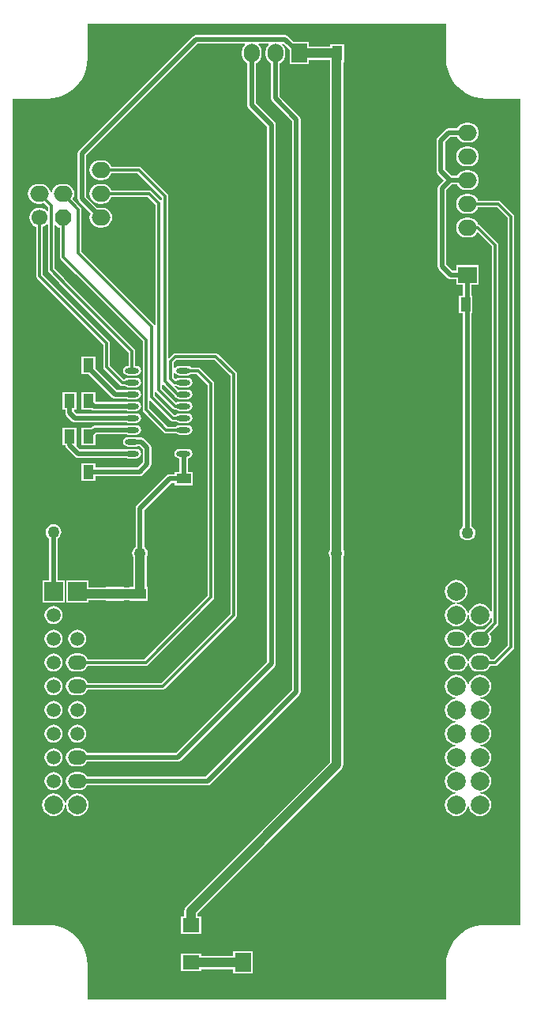
<source format=gbl>
%FSLAX25Y25*%
%MOIN*%
G70*
G01*
G75*
G04 Layer_Physical_Order=2*
G04 Layer_Color=16711680*
%ADD10C,0.01969*%
%ADD11C,0.03937*%
%ADD12R,0.07874X0.06693*%
%ADD13O,0.07874X0.06693*%
%ADD14R,0.06693X0.07874*%
%ADD15O,0.06693X0.07874*%
%ADD16P,0.07244X8X112.5*%
%ADD17C,0.06693*%
%ADD18C,0.07874*%
%ADD19O,0.07874X0.05906*%
%ADD20C,0.05906*%
%ADD21R,0.07874X0.07874*%
%ADD22C,0.05000*%
%ADD23O,0.05906X0.02362*%
%ADD24R,0.07087X0.05906*%
%ADD25R,0.04331X0.05906*%
%ADD26R,0.05906X0.04331*%
%ADD27C,0.01181*%
G36*
X75714Y190945D02*
X75698D01*
X75842Y188749D01*
X76271Y186591D01*
X76979Y184508D01*
X77952Y182534D01*
X79174Y180705D01*
X80625Y179050D01*
X82279Y177600D01*
X84109Y176377D01*
X86082Y175404D01*
X88166Y174697D01*
X90324Y174267D01*
X92520Y174124D01*
Y174139D01*
X107210D01*
Y-174139D01*
X92520D01*
Y-174124D01*
X90324Y-174267D01*
X88166Y-174697D01*
X86082Y-175404D01*
X84109Y-176377D01*
X82279Y-177600D01*
X80625Y-179050D01*
X79174Y-180705D01*
X77952Y-182534D01*
X76979Y-184508D01*
X76271Y-186591D01*
X75842Y-188749D01*
X75698Y-190945D01*
X75714D01*
Y-205635D01*
X-75714D01*
Y-190945D01*
X-75698D01*
X-75842Y-188749D01*
X-76271Y-186591D01*
X-76979Y-184508D01*
X-77952Y-182534D01*
X-79174Y-180705D01*
X-80625Y-179050D01*
X-82279Y-177600D01*
X-84109Y-176377D01*
X-86082Y-175404D01*
X-88166Y-174697D01*
X-90324Y-174267D01*
X-92520Y-174124D01*
Y-174139D01*
X-107210D01*
Y174139D01*
X-92520D01*
Y174124D01*
X-90324Y174267D01*
X-88166Y174697D01*
X-86082Y175404D01*
X-84109Y176377D01*
X-82279Y177600D01*
X-80625Y179050D01*
X-79174Y180705D01*
X-77952Y182534D01*
X-76979Y184508D01*
X-76271Y186591D01*
X-75842Y188749D01*
X-75698Y190945D01*
X-75714D01*
Y205635D01*
X75714D01*
Y190945D01*
D02*
G37*
%LPC*%
G36*
X-90000Y-69728D02*
X-90976Y-69856D01*
X-91886Y-70233D01*
X-92668Y-70833D01*
X-93267Y-71614D01*
X-93644Y-72524D01*
X-93772Y-73500D01*
X-93644Y-74476D01*
X-93267Y-75386D01*
X-92668Y-76168D01*
X-91886Y-76767D01*
X-90976Y-77144D01*
X-90000Y-77272D01*
X-89024Y-77144D01*
X-88114Y-76767D01*
X-87332Y-76168D01*
X-86733Y-75386D01*
X-86356Y-74476D01*
X-86228Y-73500D01*
X-86356Y-72524D01*
X-86733Y-71614D01*
X-87332Y-70833D01*
X-88114Y-70233D01*
X-89024Y-69856D01*
X-90000Y-69728D01*
D02*
G37*
G36*
X-80000Y-79728D02*
X-80976Y-79856D01*
X-81886Y-80233D01*
X-82667Y-80832D01*
X-83267Y-81614D01*
X-83644Y-82524D01*
X-83772Y-83500D01*
X-83644Y-84476D01*
X-83267Y-85386D01*
X-82667Y-86168D01*
X-81886Y-86767D01*
X-80976Y-87144D01*
X-80000Y-87272D01*
X-79024Y-87144D01*
X-78114Y-86767D01*
X-77333Y-86168D01*
X-76733Y-85386D01*
X-76356Y-84476D01*
X-76228Y-83500D01*
X-76356Y-82524D01*
X-76733Y-81614D01*
X-77333Y-80832D01*
X-78114Y-80233D01*
X-79024Y-79856D01*
X-80000Y-79728D01*
D02*
G37*
G36*
X-90000D02*
X-90976Y-79856D01*
X-91886Y-80233D01*
X-92668Y-80832D01*
X-93267Y-81614D01*
X-93644Y-82524D01*
X-93772Y-83500D01*
X-93644Y-84476D01*
X-93267Y-85386D01*
X-92668Y-86168D01*
X-91886Y-86767D01*
X-90976Y-87144D01*
X-90000Y-87272D01*
X-89024Y-87144D01*
X-88114Y-86767D01*
X-87332Y-86168D01*
X-86733Y-85386D01*
X-86356Y-84476D01*
X-86228Y-83500D01*
X-86356Y-82524D01*
X-86733Y-81614D01*
X-87332Y-80832D01*
X-88114Y-80233D01*
X-89024Y-79856D01*
X-90000Y-79728D01*
D02*
G37*
G36*
X90000Y-68735D02*
X88767Y-68897D01*
X87617Y-69373D01*
X86630Y-70130D01*
X85873Y-71117D01*
X85397Y-72267D01*
X85250Y-73385D01*
X85250D01*
X84850D01*
X84737Y-73286D01*
X84603Y-72267D01*
X84127Y-71117D01*
X83369Y-70130D01*
X82383Y-69373D01*
X81233Y-68897D01*
X80000Y-68735D01*
X78767Y-68897D01*
X77617Y-69373D01*
X76631Y-70130D01*
X75873Y-71117D01*
X75397Y-72267D01*
X75235Y-73500D01*
X75397Y-74733D01*
X75873Y-75883D01*
X76631Y-76869D01*
X77617Y-77627D01*
X78767Y-78103D01*
X79750Y-78232D01*
X79750D01*
X79885Y-78250D01*
Y-78750D01*
X78767Y-78897D01*
X77617Y-79373D01*
X76631Y-80130D01*
X75873Y-81117D01*
X75397Y-82267D01*
X75235Y-83500D01*
X75397Y-84733D01*
X75873Y-85883D01*
X76631Y-86870D01*
X77617Y-87627D01*
X78767Y-88103D01*
X79750Y-88232D01*
X79750D01*
X79885Y-88250D01*
Y-88750D01*
X78767Y-88897D01*
X77617Y-89373D01*
X76631Y-90131D01*
X75873Y-91117D01*
X75397Y-92267D01*
X75235Y-93500D01*
X75397Y-94733D01*
X75873Y-95883D01*
X76631Y-96869D01*
X77617Y-97627D01*
X78767Y-98103D01*
X79750Y-98232D01*
X79750D01*
X79885Y-98250D01*
Y-98750D01*
X78767Y-98897D01*
X77617Y-99373D01*
X76631Y-100130D01*
X75873Y-101117D01*
X75397Y-102267D01*
X75235Y-103500D01*
X75397Y-104733D01*
X75873Y-105883D01*
X76631Y-106869D01*
X77617Y-107627D01*
X78767Y-108103D01*
X79750Y-108232D01*
X79750D01*
X79885Y-108250D01*
Y-108750D01*
X78767Y-108897D01*
X77617Y-109373D01*
X76631Y-110131D01*
X75873Y-111117D01*
X75397Y-112267D01*
X75235Y-113500D01*
X75397Y-114733D01*
X75873Y-115883D01*
X76631Y-116869D01*
X77617Y-117627D01*
X78767Y-118103D01*
X79750Y-118232D01*
X79750D01*
X79885Y-118250D01*
Y-118750D01*
X78767Y-118897D01*
X77617Y-119373D01*
X76631Y-120131D01*
X75873Y-121117D01*
X75397Y-122267D01*
X75235Y-123500D01*
X75397Y-124733D01*
X75873Y-125883D01*
X76631Y-126869D01*
X77617Y-127627D01*
X78767Y-128103D01*
X80000Y-128265D01*
X81233Y-128103D01*
X82383Y-127627D01*
X83369Y-126869D01*
X84127Y-125883D01*
X84603Y-124733D01*
X84750Y-123615D01*
X85250D01*
X85397Y-124733D01*
X85873Y-125883D01*
X86630Y-126869D01*
X87617Y-127627D01*
X88767Y-128103D01*
X90000Y-128265D01*
X91233Y-128103D01*
X92383Y-127627D01*
X93370Y-126869D01*
X94127Y-125883D01*
X94603Y-124733D01*
X94765Y-123500D01*
X94603Y-122267D01*
X94127Y-121117D01*
X93370Y-120131D01*
X92383Y-119373D01*
X91233Y-118897D01*
X90115Y-118750D01*
Y-118250D01*
X90250Y-118232D01*
X90250D01*
X91233Y-118103D01*
X92383Y-117627D01*
X93370Y-116869D01*
X94127Y-115883D01*
X94603Y-114733D01*
X94765Y-113500D01*
X94603Y-112267D01*
X94127Y-111117D01*
X93370Y-110131D01*
X92383Y-109373D01*
X91233Y-108897D01*
X90115Y-108750D01*
Y-108250D01*
X90250Y-108232D01*
X90250D01*
X91233Y-108103D01*
X92383Y-107627D01*
X93370Y-106869D01*
X94127Y-105883D01*
X94603Y-104733D01*
X94765Y-103500D01*
X94603Y-102267D01*
X94127Y-101117D01*
X93370Y-100130D01*
X92383Y-99373D01*
X91233Y-98897D01*
X90115Y-98750D01*
Y-98250D01*
X90250Y-98232D01*
X90250D01*
X91233Y-98103D01*
X92383Y-97627D01*
X93370Y-96869D01*
X94127Y-95883D01*
X94603Y-94733D01*
X94765Y-93500D01*
X94603Y-92267D01*
X94127Y-91117D01*
X93370Y-90131D01*
X92383Y-89373D01*
X91233Y-88897D01*
X90115Y-88750D01*
Y-88250D01*
X90250Y-88232D01*
X90250D01*
X91233Y-88103D01*
X92383Y-87627D01*
X93370Y-86870D01*
X94127Y-85883D01*
X94603Y-84733D01*
X94765Y-83500D01*
X94603Y-82267D01*
X94127Y-81117D01*
X93370Y-80130D01*
X92383Y-79373D01*
X91233Y-78897D01*
X90115Y-78750D01*
Y-78250D01*
X90250Y-78232D01*
X90250D01*
X91233Y-78103D01*
X92383Y-77627D01*
X93370Y-76869D01*
X94127Y-75883D01*
X94603Y-74733D01*
X94765Y-73500D01*
X94603Y-72267D01*
X94127Y-71117D01*
X93370Y-70130D01*
X92383Y-69373D01*
X91233Y-68897D01*
X90000Y-68735D01*
D02*
G37*
G36*
X-90000Y-49728D02*
X-90976Y-49856D01*
X-91886Y-50233D01*
X-92668Y-50832D01*
X-93267Y-51614D01*
X-93644Y-52524D01*
X-93772Y-53500D01*
X-93644Y-54476D01*
X-93267Y-55386D01*
X-92668Y-56168D01*
X-91886Y-56767D01*
X-90976Y-57144D01*
X-90000Y-57272D01*
X-89024Y-57144D01*
X-88114Y-56767D01*
X-87332Y-56168D01*
X-86733Y-55386D01*
X-86356Y-54476D01*
X-86228Y-53500D01*
X-86356Y-52524D01*
X-86733Y-51614D01*
X-87332Y-50832D01*
X-88114Y-50233D01*
X-89024Y-49856D01*
X-90000Y-49728D01*
D02*
G37*
G36*
X85323Y133977D02*
X84142D01*
X83063Y133835D01*
X82057Y133418D01*
X81193Y132755D01*
X80531Y131892D01*
X80114Y130886D01*
X79972Y129807D01*
X80114Y128728D01*
X80531Y127722D01*
X81193Y126859D01*
X82057Y126196D01*
X83063Y125780D01*
X84142Y125638D01*
X85323D01*
X86402Y125780D01*
X87408Y126196D01*
X88271Y126859D01*
X88934Y127722D01*
X89215Y128402D01*
X97111D01*
X101595Y123918D01*
Y123000D01*
Y107500D01*
Y-47000D01*
Y-50500D01*
Y-56418D01*
X95918Y-62095D01*
X94451D01*
X94251Y-61614D01*
X93652Y-60833D01*
X92870Y-60233D01*
X91961Y-59856D01*
X90984Y-59728D01*
X89016D01*
X88039Y-59856D01*
X87129Y-60233D01*
X86348Y-60833D01*
X85749Y-61614D01*
X85372Y-62524D01*
X85250Y-63449D01*
X85250D01*
X84980D01*
X84720Y-63221D01*
X84628Y-62524D01*
X84251Y-61614D01*
X83652Y-60833D01*
X82871Y-60233D01*
X81961Y-59856D01*
X80984Y-59728D01*
X79016D01*
X78039Y-59856D01*
X77130Y-60233D01*
X76348Y-60833D01*
X75749Y-61614D01*
X75372Y-62524D01*
X75243Y-63500D01*
X75372Y-64476D01*
X75749Y-65386D01*
X76348Y-66167D01*
X77130Y-66767D01*
X78039Y-67144D01*
X79016Y-67272D01*
X80984D01*
X81961Y-67144D01*
X82871Y-66767D01*
X83652Y-66167D01*
X84251Y-65386D01*
X84628Y-64476D01*
X84750Y-63551D01*
X85020D01*
X85280Y-63779D01*
X85372Y-64476D01*
X85749Y-65386D01*
X86348Y-66167D01*
X87129Y-66767D01*
X88039Y-67144D01*
X89016Y-67272D01*
X90984D01*
X91961Y-67144D01*
X92870Y-66767D01*
X93652Y-66167D01*
X94251Y-65386D01*
X94451Y-64905D01*
X96500D01*
X97038Y-64798D01*
X97493Y-64493D01*
X103993Y-57993D01*
X104298Y-57538D01*
X104405Y-57000D01*
X104405Y-57000D01*
X104405Y-57000D01*
Y-57000D01*
Y-47000D01*
Y107500D01*
Y124500D01*
X104298Y125038D01*
X103993Y125494D01*
X98686Y130800D01*
X98231Y131105D01*
X97693Y131212D01*
X89215D01*
X88934Y131892D01*
X88271Y132755D01*
X87408Y133418D01*
X86402Y133835D01*
X85323Y133977D01*
D02*
G37*
G36*
X-90000Y-59728D02*
X-90976Y-59856D01*
X-91886Y-60233D01*
X-92668Y-60833D01*
X-93267Y-61614D01*
X-93644Y-62524D01*
X-93772Y-63500D01*
X-93644Y-64476D01*
X-93267Y-65386D01*
X-92668Y-66167D01*
X-91886Y-66767D01*
X-90976Y-67144D01*
X-90000Y-67272D01*
X-89024Y-67144D01*
X-88114Y-66767D01*
X-87332Y-66167D01*
X-86733Y-65386D01*
X-86356Y-64476D01*
X-86228Y-63500D01*
X-86356Y-62524D01*
X-86733Y-61614D01*
X-87332Y-60833D01*
X-88114Y-60233D01*
X-89024Y-59856D01*
X-90000Y-59728D01*
D02*
G37*
G36*
Y-109728D02*
X-90976Y-109856D01*
X-91886Y-110233D01*
X-92668Y-110833D01*
X-93267Y-111614D01*
X-93644Y-112524D01*
X-93772Y-113500D01*
X-93644Y-114476D01*
X-93267Y-115386D01*
X-92668Y-116167D01*
X-91886Y-116767D01*
X-90976Y-117144D01*
X-90000Y-117272D01*
X-89024Y-117144D01*
X-88114Y-116767D01*
X-87332Y-116167D01*
X-86733Y-115386D01*
X-86356Y-114476D01*
X-86228Y-113500D01*
X-86356Y-112524D01*
X-86733Y-111614D01*
X-87332Y-110833D01*
X-88114Y-110233D01*
X-89024Y-109856D01*
X-90000Y-109728D01*
D02*
G37*
G36*
X-80000Y-118735D02*
X-81233Y-118897D01*
X-82383Y-119373D01*
X-83369Y-120131D01*
X-84127Y-121117D01*
X-84603Y-122267D01*
X-84750Y-123385D01*
X-84750D01*
X-85150D01*
X-85263Y-123286D01*
X-85397Y-122267D01*
X-85873Y-121117D01*
X-86630Y-120131D01*
X-87617Y-119373D01*
X-88767Y-118897D01*
X-90000Y-118735D01*
X-91233Y-118897D01*
X-92383Y-119373D01*
X-93370Y-120131D01*
X-94127Y-121117D01*
X-94603Y-122267D01*
X-94765Y-123500D01*
X-94603Y-124733D01*
X-94127Y-125883D01*
X-93370Y-126869D01*
X-92383Y-127627D01*
X-91233Y-128103D01*
X-90000Y-128265D01*
X-88767Y-128103D01*
X-87617Y-127627D01*
X-86630Y-126869D01*
X-85873Y-125883D01*
X-85397Y-124733D01*
X-85250Y-123615D01*
X-84850D01*
X-84737Y-123714D01*
X-84603Y-124733D01*
X-84127Y-125883D01*
X-83369Y-126869D01*
X-82383Y-127627D01*
X-81233Y-128103D01*
X-80000Y-128265D01*
X-78767Y-128103D01*
X-77617Y-127627D01*
X-76631Y-126869D01*
X-75873Y-125883D01*
X-75397Y-124733D01*
X-75235Y-123500D01*
X-75397Y-122267D01*
X-75873Y-121117D01*
X-76631Y-120131D01*
X-77617Y-119373D01*
X-78767Y-118897D01*
X-80000Y-118735D01*
D02*
G37*
G36*
X-5866Y-185276D02*
X-14134D01*
Y-187220D01*
X-27669D01*
Y-186260D01*
X-36331D01*
Y-193740D01*
X-27669D01*
Y-192780D01*
X-14134D01*
Y-194724D01*
X-5866D01*
Y-185276D01*
D02*
G37*
G36*
X7827Y201019D02*
X-29787D01*
X-30479Y200882D01*
X-31065Y200490D01*
X-79277Y152277D01*
X-79669Y151691D01*
X-79806Y151000D01*
Y132000D01*
X-79806Y132000D01*
X-79806D01*
X-79669Y131309D01*
X-79277Y130723D01*
X-74330Y125775D01*
X-74618Y125079D01*
X-74760Y124000D01*
X-74618Y122921D01*
X-74202Y121915D01*
X-73539Y121052D01*
X-72675Y120389D01*
X-71670Y119973D01*
X-70591Y119831D01*
X-69409D01*
X-68330Y119973D01*
X-67325Y120389D01*
X-66461Y121052D01*
X-65798Y121915D01*
X-65382Y122921D01*
X-65240Y124000D01*
X-65382Y125079D01*
X-65798Y126085D01*
X-66461Y126948D01*
X-67325Y127611D01*
X-68330Y128027D01*
X-69409Y128170D01*
X-70591D01*
X-71496Y128050D01*
X-76194Y132748D01*
Y150252D01*
X-29039Y197406D01*
X-9264D01*
X-9103Y196933D01*
X-9216Y196846D01*
X-9879Y195982D01*
X-10295Y194977D01*
X-10437Y193898D01*
Y192717D01*
X-10295Y191637D01*
X-9879Y190632D01*
X-9216Y189768D01*
X-8353Y189106D01*
X-8074Y188990D01*
Y171268D01*
X-8074Y171268D01*
X-8074D01*
X-7937Y170576D01*
X-7545Y169990D01*
X194Y162252D01*
Y-54000D01*
Y-57500D01*
Y-63252D01*
X-38248Y-101694D01*
X-75716D01*
X-75749Y-101614D01*
X-76348Y-100832D01*
X-77130Y-100233D01*
X-78039Y-99856D01*
X-79016Y-99728D01*
X-80984D01*
X-81961Y-99856D01*
X-82871Y-100233D01*
X-83652Y-100832D01*
X-84251Y-101614D01*
X-84628Y-102524D01*
X-84757Y-103500D01*
X-84628Y-104476D01*
X-84251Y-105386D01*
X-83652Y-106167D01*
X-82871Y-106767D01*
X-81961Y-107144D01*
X-80984Y-107272D01*
X-79016D01*
X-78039Y-107144D01*
X-77130Y-106767D01*
X-76348Y-106167D01*
X-75749Y-105386D01*
X-75716Y-105306D01*
X-37500D01*
X-36809Y-105169D01*
X-36223Y-104777D01*
X3277Y-65277D01*
X3669Y-64691D01*
X3806Y-64000D01*
X3806Y-64000D01*
X3806Y-64000D01*
Y-64000D01*
Y-54000D01*
Y163000D01*
X3669Y163691D01*
X3277Y164277D01*
X-4461Y172016D01*
Y188990D01*
X-4183Y189106D01*
X-3319Y189768D01*
X-2657Y190632D01*
X-2240Y191637D01*
X-2098Y192717D01*
Y193898D01*
X-2240Y194977D01*
X-2657Y195982D01*
X-3319Y196846D01*
X-3433Y196933D01*
X-3272Y197406D01*
X736D01*
X897Y196933D01*
X784Y196846D01*
X121Y195982D01*
X-295Y194977D01*
X-437Y193898D01*
Y192717D01*
X-295Y191637D01*
X121Y190632D01*
X784Y189768D01*
X1647Y189106D01*
X1926Y188990D01*
Y174268D01*
X1926Y174268D01*
X1926D01*
X2063Y173576D01*
X2455Y172990D01*
X10694Y164752D01*
Y-75252D01*
X-25748Y-111694D01*
X-75716D01*
X-75749Y-111614D01*
X-76348Y-110833D01*
X-77130Y-110233D01*
X-78039Y-109856D01*
X-79016Y-109728D01*
X-80984D01*
X-81961Y-109856D01*
X-82871Y-110233D01*
X-83652Y-110833D01*
X-84251Y-111614D01*
X-84628Y-112524D01*
X-84757Y-113500D01*
X-84628Y-114476D01*
X-84251Y-115386D01*
X-83652Y-116167D01*
X-82871Y-116767D01*
X-81961Y-117144D01*
X-80984Y-117272D01*
X-79016D01*
X-78039Y-117144D01*
X-77130Y-116767D01*
X-76348Y-116167D01*
X-75749Y-115386D01*
X-75716Y-115306D01*
X-25000D01*
X-24309Y-115169D01*
X-23723Y-114777D01*
X13777Y-77277D01*
X14169Y-76691D01*
X14306Y-76000D01*
X14306Y-76000D01*
X14306Y-76000D01*
Y-76000D01*
Y165500D01*
X14169Y166191D01*
X13777Y166777D01*
X5539Y175016D01*
Y188990D01*
X5817Y189106D01*
X6681Y189768D01*
X7343Y190632D01*
X7760Y191637D01*
X7902Y192717D01*
Y193898D01*
X7760Y194977D01*
X7343Y195982D01*
X6681Y196846D01*
X6567Y196933D01*
X6665Y197220D01*
X7152Y197333D01*
X9598Y194886D01*
Y188583D01*
X17866D01*
Y190527D01*
X26720D01*
Y-4500D01*
Y-11000D01*
Y-15722D01*
X26629Y-15842D01*
X26297Y-16642D01*
X26184Y-17500D01*
X26297Y-18358D01*
X26629Y-19158D01*
X26720Y-19278D01*
Y-105601D01*
X-33966Y-166286D01*
X-34407Y-166862D01*
X-34685Y-167533D01*
X-34780Y-168252D01*
Y-170512D01*
X-36331D01*
Y-177992D01*
X-27669D01*
Y-170512D01*
X-29220D01*
Y-169403D01*
X31466Y-108718D01*
X31466Y-108718D01*
X31466Y-108718D01*
X31907Y-108142D01*
X32185Y-107471D01*
X32280Y-106752D01*
Y-19278D01*
X32372Y-19158D01*
X32703Y-18358D01*
X32816Y-17500D01*
X32703Y-16642D01*
X32372Y-15842D01*
X32280Y-15722D01*
Y-4500D01*
Y189567D01*
X32748D01*
Y197047D01*
X26842D01*
Y196087D01*
X17866D01*
Y198031D01*
X11562D01*
X9104Y200490D01*
X8518Y200882D01*
X7827Y201019D01*
D02*
G37*
G36*
X-80000Y-89728D02*
X-80976Y-89856D01*
X-81886Y-90233D01*
X-82667Y-90833D01*
X-83267Y-91614D01*
X-83644Y-92524D01*
X-83772Y-93500D01*
X-83644Y-94476D01*
X-83267Y-95386D01*
X-82667Y-96167D01*
X-81886Y-96767D01*
X-80976Y-97144D01*
X-80000Y-97272D01*
X-79024Y-97144D01*
X-78114Y-96767D01*
X-77333Y-96167D01*
X-76733Y-95386D01*
X-76356Y-94476D01*
X-76228Y-93500D01*
X-76356Y-92524D01*
X-76733Y-91614D01*
X-77333Y-90833D01*
X-78114Y-90233D01*
X-79024Y-89856D01*
X-80000Y-89728D01*
D02*
G37*
G36*
X-90000D02*
X-90976Y-89856D01*
X-91886Y-90233D01*
X-92668Y-90833D01*
X-93267Y-91614D01*
X-93644Y-92524D01*
X-93772Y-93500D01*
X-93644Y-94476D01*
X-93267Y-95386D01*
X-92668Y-96167D01*
X-91886Y-96767D01*
X-90976Y-97144D01*
X-90000Y-97272D01*
X-89024Y-97144D01*
X-88114Y-96767D01*
X-87332Y-96167D01*
X-86733Y-95386D01*
X-86356Y-94476D01*
X-86228Y-93500D01*
X-86356Y-92524D01*
X-86733Y-91614D01*
X-87332Y-90833D01*
X-88114Y-90233D01*
X-89024Y-89856D01*
X-90000Y-89728D01*
D02*
G37*
G36*
Y-99728D02*
X-90976Y-99856D01*
X-91886Y-100233D01*
X-92668Y-100832D01*
X-93267Y-101614D01*
X-93644Y-102524D01*
X-93772Y-103500D01*
X-93644Y-104476D01*
X-93267Y-105386D01*
X-92668Y-106167D01*
X-91886Y-106767D01*
X-90976Y-107144D01*
X-90000Y-107272D01*
X-89024Y-107144D01*
X-88114Y-106767D01*
X-87332Y-106167D01*
X-86733Y-105386D01*
X-86356Y-104476D01*
X-86228Y-103500D01*
X-86356Y-102524D01*
X-86733Y-101614D01*
X-87332Y-100832D01*
X-88114Y-100233D01*
X-89024Y-99856D01*
X-90000Y-99728D01*
D02*
G37*
G36*
X-72378Y50547D02*
X-78284D01*
Y43067D01*
X-74068D01*
X-73715Y42831D01*
X-73024Y42694D01*
X-59438D01*
X-59367Y42646D01*
X-58598Y42493D01*
X-55055D01*
X-54287Y42646D01*
X-53636Y43081D01*
X-53201Y43732D01*
X-53048Y44500D01*
X-53201Y45268D01*
X-53636Y45919D01*
X-54287Y46354D01*
X-55055Y46507D01*
X-58598D01*
X-59367Y46354D01*
X-59438Y46306D01*
X-72275D01*
X-72378Y46409D01*
Y50547D01*
D02*
G37*
G36*
X-80252D02*
X-86158D01*
Y43067D01*
X-85011D01*
Y41705D01*
X-84874Y41014D01*
X-84482Y40427D01*
X-82277Y38223D01*
X-81691Y37831D01*
X-81000Y37694D01*
X-59438D01*
X-59367Y37646D01*
X-58598Y37493D01*
X-55055D01*
X-54287Y37646D01*
X-53636Y38081D01*
X-53201Y38732D01*
X-53048Y39500D01*
X-53201Y40268D01*
X-53636Y40919D01*
X-54287Y41354D01*
X-55055Y41507D01*
X-58598D01*
X-59367Y41354D01*
X-59438Y41306D01*
X-80252D01*
X-81398Y42453D01*
Y43067D01*
X-80252D01*
Y50547D01*
D02*
G37*
G36*
X-55055Y36507D02*
X-58598D01*
X-59367Y36354D01*
X-59438Y36306D01*
X-72638D01*
X-73329Y36169D01*
X-73915Y35777D01*
X-74145Y35547D01*
X-78284D01*
Y28067D01*
X-72378D01*
Y32205D01*
X-71890Y32694D01*
X-59438D01*
X-59367Y32646D01*
X-58598Y32493D01*
X-55055D01*
X-54287Y32646D01*
X-53636Y33081D01*
X-53201Y33732D01*
X-53048Y34500D01*
X-53201Y35268D01*
X-53636Y35919D01*
X-54287Y36354D01*
X-55055Y36507D01*
D02*
G37*
G36*
X-72378Y65547D02*
X-78284D01*
Y58067D01*
X-75121D01*
X-65277Y48223D01*
X-65277D01*
X-65277Y48223D01*
X-65277D01*
X-65277Y48223D01*
Y48223D01*
X-65277Y48223D01*
Y48223D01*
X-64691Y47831D01*
X-64000Y47694D01*
X-59438D01*
X-59367Y47646D01*
X-58598Y47493D01*
X-55055D01*
X-54287Y47646D01*
X-53636Y48081D01*
X-53201Y48732D01*
X-53048Y49500D01*
X-53201Y50268D01*
X-53636Y50919D01*
X-54287Y51354D01*
X-55055Y51507D01*
X-58598D01*
X-59367Y51354D01*
X-59438Y51306D01*
X-63252D01*
X-72378Y60432D01*
Y65547D01*
D02*
G37*
G36*
X85323Y163977D02*
X84142D01*
X83063Y163835D01*
X82057Y163418D01*
X81193Y162755D01*
X80531Y161892D01*
X80415Y161613D01*
X76807D01*
X76116Y161476D01*
X75530Y161084D01*
X72223Y157777D01*
X71831Y157191D01*
X71694Y156500D01*
Y143614D01*
X71694Y143614D01*
X71694D01*
X71831Y142923D01*
X72223Y142337D01*
X74752Y139807D01*
X72723Y137777D01*
X72331Y137191D01*
X72194Y136500D01*
Y103500D01*
X72194Y103500D01*
X72194D01*
X72331Y102809D01*
X72723Y102223D01*
X76416Y98530D01*
D01*
X76416D01*
X76416Y98530D01*
X76416Y98530D01*
X76416D01*
D01*
X76416D01*
X76416Y98530D01*
Y98530D01*
X76416Y98530D01*
Y98530D01*
X77002Y98138D01*
X77693Y98001D01*
X80008D01*
Y95673D01*
X82926D01*
Y91240D01*
X80984D01*
Y83760D01*
X82926D01*
Y-6010D01*
X82388Y-6423D01*
X81861Y-7110D01*
X81529Y-7909D01*
X81416Y-8768D01*
X81529Y-9626D01*
X81861Y-10426D01*
X82388Y-11112D01*
X83074Y-11639D01*
X83874Y-11970D01*
X84732Y-12083D01*
X85590Y-11970D01*
X86390Y-11639D01*
X87077Y-11112D01*
X87604Y-10426D01*
X87935Y-9626D01*
X88048Y-8768D01*
X87935Y-7909D01*
X87604Y-7110D01*
X87077Y-6423D01*
X86539Y-6010D01*
Y83760D01*
X86890D01*
Y91240D01*
X86539D01*
Y95673D01*
X89457D01*
Y103941D01*
X80008D01*
Y101613D01*
X78441D01*
X75806Y104248D01*
Y135752D01*
X78055Y138001D01*
X80415D01*
X80531Y137722D01*
X81193Y136859D01*
X82057Y136196D01*
X83063Y135780D01*
X84142Y135638D01*
X85323D01*
X86402Y135780D01*
X87408Y136196D01*
X88271Y136859D01*
X88934Y137722D01*
X89350Y138728D01*
X89492Y139807D01*
X89350Y140886D01*
X88934Y141892D01*
X88271Y142755D01*
X87408Y143418D01*
X86402Y143834D01*
X85323Y143977D01*
X84142D01*
X83063Y143834D01*
X82057Y143418D01*
X81193Y142755D01*
X80531Y141892D01*
X80415Y141613D01*
X78055D01*
X75306Y144362D01*
Y155752D01*
X77555Y158001D01*
X80415D01*
X80531Y157722D01*
X81193Y156859D01*
X82057Y156196D01*
X83063Y155780D01*
X84142Y155638D01*
X85323D01*
X86402Y155780D01*
X87408Y156196D01*
X88271Y156859D01*
X88934Y157722D01*
X89350Y158728D01*
X89492Y159807D01*
X89350Y160886D01*
X88934Y161892D01*
X88271Y162755D01*
X87408Y163418D01*
X86402Y163835D01*
X85323Y163977D01*
D02*
G37*
G36*
Y153977D02*
X84142D01*
X83063Y153834D01*
X82057Y153418D01*
X81193Y152755D01*
X80531Y151892D01*
X80114Y150886D01*
X79972Y149807D01*
X80114Y148728D01*
X80531Y147722D01*
X81193Y146859D01*
X82057Y146196D01*
X83063Y145780D01*
X84142Y145638D01*
X85323D01*
X86402Y145780D01*
X87408Y146196D01*
X88271Y146859D01*
X88934Y147722D01*
X89350Y148728D01*
X89492Y149807D01*
X89350Y150886D01*
X88934Y151892D01*
X88271Y152755D01*
X87408Y153418D01*
X86402Y153834D01*
X85323Y153977D01*
D02*
G37*
G36*
X-69409Y148170D02*
X-70591D01*
X-71670Y148027D01*
X-72675Y147611D01*
X-73539Y146948D01*
X-74202Y146085D01*
X-74618Y145079D01*
X-74760Y144000D01*
X-74618Y142921D01*
X-74202Y141915D01*
X-73539Y141052D01*
X-72675Y140389D01*
X-71670Y139973D01*
X-70591Y139831D01*
X-69409D01*
X-68330Y139973D01*
X-67325Y140389D01*
X-66461Y141052D01*
X-65798Y141915D01*
X-65517Y142595D01*
X-54582D01*
X-44405Y132418D01*
Y131545D01*
X-44867Y131354D01*
X-48507Y134994D01*
X-48962Y135298D01*
X-49500Y135405D01*
X-65517D01*
X-65798Y136085D01*
X-66461Y136948D01*
X-67325Y137611D01*
X-68330Y138027D01*
X-69409Y138170D01*
X-70591D01*
X-71670Y138027D01*
X-72675Y137611D01*
X-73539Y136948D01*
X-74202Y136085D01*
X-74618Y135079D01*
X-74760Y134000D01*
X-74618Y132921D01*
X-74202Y131915D01*
X-73539Y131052D01*
X-72675Y130389D01*
X-71670Y129973D01*
X-70591Y129831D01*
X-69409D01*
X-68330Y129973D01*
X-67325Y130389D01*
X-66461Y131052D01*
X-65798Y131915D01*
X-65517Y132595D01*
X-50082D01*
X-46905Y129418D01*
Y78954D01*
X-47383Y78809D01*
X-47506Y78993D01*
X-78095Y109582D01*
Y127500D01*
X-78202Y128038D01*
X-78507Y128493D01*
X-81855Y131842D01*
X-81798Y131915D01*
X-81382Y132921D01*
X-81240Y134000D01*
X-81382Y135079D01*
X-81798Y136085D01*
X-82461Y136948D01*
X-83325Y137611D01*
X-84330Y138027D01*
X-85409Y138170D01*
X-86591D01*
X-87670Y138027D01*
X-88675Y137611D01*
X-89539Y136948D01*
X-90201Y136085D01*
X-90618Y135079D01*
X-90750Y134077D01*
X-90750D01*
X-91072D01*
X-91273Y134253D01*
X-91382Y135079D01*
X-91799Y136085D01*
X-92461Y136948D01*
X-93325Y137611D01*
X-94330Y138027D01*
X-95409Y138170D01*
X-96591D01*
X-97670Y138027D01*
X-98675Y137611D01*
X-99539Y136948D01*
X-100201Y136085D01*
X-100618Y135079D01*
X-100760Y134000D01*
X-100618Y132921D01*
X-100201Y131915D01*
X-99539Y131052D01*
X-98675Y130389D01*
X-97670Y129973D01*
X-96591Y129831D01*
X-95409D01*
X-94330Y129973D01*
X-94068Y130081D01*
X-92405Y128418D01*
Y126883D01*
X-92878Y126723D01*
X-93052Y126948D01*
X-93915Y127611D01*
X-94921Y128027D01*
X-96000Y128170D01*
X-97079Y128027D01*
X-98085Y127611D01*
X-98948Y126948D01*
X-99611Y126085D01*
X-100027Y125079D01*
X-100170Y124000D01*
X-100027Y122921D01*
X-99611Y121915D01*
X-98948Y121052D01*
X-98085Y120389D01*
X-97405Y120107D01*
Y99500D01*
X-97405Y99500D01*
X-97405D01*
X-97298Y98962D01*
X-96993Y98507D01*
X-68905Y70418D01*
Y61000D01*
X-68905Y61000D01*
X-68905D01*
X-68798Y60462D01*
X-68493Y60007D01*
X-61993Y53507D01*
X-61538Y53202D01*
X-61000Y53095D01*
X-60027D01*
X-60018Y53081D01*
X-59367Y52646D01*
X-58598Y52493D01*
X-55055D01*
X-54287Y52646D01*
X-53636Y53081D01*
X-53201Y53732D01*
X-53048Y54500D01*
X-53201Y55268D01*
X-53636Y55919D01*
X-54287Y56354D01*
X-55055Y56507D01*
X-58598D01*
X-59367Y56354D01*
X-60018Y55919D01*
X-60027Y55905D01*
X-60418D01*
X-66095Y61582D01*
Y71000D01*
X-66202Y71538D01*
X-66507Y71993D01*
X-94595Y100082D01*
Y120107D01*
X-93915Y120389D01*
X-93052Y121052D01*
X-92878Y121277D01*
X-92405Y121117D01*
Y102000D01*
X-92405Y102000D01*
X-92405D01*
X-92298Y101462D01*
X-91993Y101007D01*
X-87537Y96550D01*
X-87537Y96550D01*
X-87537D01*
Y96550D01*
X-87537Y96550D01*
X-85493Y94507D01*
X-58232Y67245D01*
Y61507D01*
X-58598D01*
X-59367Y61354D01*
X-60018Y60919D01*
X-60453Y60268D01*
X-60606Y59500D01*
X-60453Y58732D01*
X-60018Y58081D01*
X-59367Y57646D01*
X-58598Y57493D01*
X-55055D01*
X-54287Y57646D01*
X-53636Y58081D01*
X-53201Y58732D01*
X-53048Y59500D01*
X-53201Y60268D01*
X-53636Y60919D01*
X-54287Y61354D01*
X-55055Y61507D01*
X-55422D01*
Y67827D01*
X-55529Y68364D01*
X-55833Y68820D01*
X-83507Y96493D01*
X-85550Y98537D01*
X-89595Y102582D01*
Y120741D01*
X-89133Y120932D01*
X-88067Y119866D01*
X-87405D01*
Y107500D01*
X-87405Y107500D01*
X-87405D01*
X-87298Y106962D01*
X-86993Y106507D01*
X-82261Y101774D01*
X-80993Y100507D01*
X-52405Y71918D01*
Y43000D01*
X-52405Y43000D01*
X-52405D01*
X-52298Y42462D01*
X-51993Y42006D01*
X-43494Y33507D01*
X-43038Y33202D01*
X-42500Y33095D01*
X-38374D01*
X-38364Y33081D01*
X-37713Y32646D01*
X-36945Y32493D01*
X-33402D01*
X-32634Y32646D01*
X-31982Y33081D01*
X-31547Y33732D01*
X-31394Y34500D01*
X-31547Y35268D01*
X-31982Y35919D01*
X-32634Y36354D01*
X-33402Y36507D01*
X-36945D01*
X-37713Y36354D01*
X-38364Y35919D01*
X-38374Y35905D01*
X-41918D01*
X-49595Y43582D01*
Y46955D01*
X-49133Y47146D01*
X-40494Y38506D01*
X-40038Y38202D01*
X-39500Y38095D01*
X-38374D01*
X-38364Y38081D01*
X-37713Y37646D01*
X-36945Y37493D01*
X-33402D01*
X-32634Y37646D01*
X-31982Y38081D01*
X-31547Y38732D01*
X-31394Y39500D01*
X-31547Y40268D01*
X-31982Y40919D01*
X-32634Y41354D01*
X-33402Y41507D01*
X-36945D01*
X-37713Y41354D01*
X-38364Y40919D01*
X-38374Y40905D01*
X-38918D01*
X-47095Y49082D01*
Y50546D01*
X-46617Y50691D01*
X-46494Y50507D01*
X-39494Y43507D01*
X-39038Y43202D01*
X-38500Y43095D01*
X-38374D01*
X-38364Y43081D01*
X-37713Y42646D01*
X-36945Y42493D01*
X-33402D01*
X-32634Y42646D01*
X-31982Y43081D01*
X-31547Y43732D01*
X-31394Y44500D01*
X-31547Y45268D01*
X-31982Y45919D01*
X-32634Y46354D01*
X-33402Y46507D01*
X-36945D01*
X-37713Y46354D01*
X-38105Y46092D01*
X-44095Y52082D01*
Y53455D01*
X-43633Y53646D01*
X-38819Y48832D01*
X-38799Y48732D01*
X-38364Y48081D01*
X-37713Y47646D01*
X-36945Y47493D01*
X-33402D01*
X-32634Y47646D01*
X-31982Y48081D01*
X-31547Y48732D01*
X-31394Y49500D01*
X-31547Y50268D01*
X-31982Y50919D01*
X-32634Y51354D01*
X-33402Y51507D01*
X-36945D01*
X-37425Y51412D01*
X-39038Y53025D01*
X-39000Y53095D01*
X-38374D01*
X-38364Y53081D01*
X-37713Y52646D01*
X-36945Y52493D01*
X-33402D01*
X-32634Y52646D01*
X-31982Y53081D01*
X-31547Y53732D01*
X-31394Y54500D01*
X-31547Y55268D01*
X-31982Y55919D01*
X-32634Y56354D01*
X-33402Y56507D01*
X-36945D01*
X-37713Y56354D01*
X-38364Y55919D01*
X-38570Y56057D01*
X-39095Y56582D01*
Y58314D01*
X-38617Y58459D01*
X-38364Y58081D01*
X-37713Y57646D01*
X-36945Y57493D01*
X-33402D01*
X-32634Y57646D01*
X-31982Y58081D01*
X-31973Y58095D01*
X-29582D01*
X-24905Y53418D01*
Y-27000D01*
Y-29500D01*
Y-35418D01*
X-51582Y-62095D01*
X-75549D01*
X-75749Y-61614D01*
X-76348Y-60833D01*
X-77130Y-60233D01*
X-78039Y-59856D01*
X-79016Y-59728D01*
X-80984D01*
X-81961Y-59856D01*
X-82871Y-60233D01*
X-83652Y-60833D01*
X-84251Y-61614D01*
X-84628Y-62524D01*
X-84757Y-63500D01*
X-84628Y-64476D01*
X-84251Y-65386D01*
X-83652Y-66167D01*
X-82871Y-66767D01*
X-81961Y-67144D01*
X-80984Y-67272D01*
X-79016D01*
X-78039Y-67144D01*
X-77130Y-66767D01*
X-76348Y-66167D01*
X-75749Y-65386D01*
X-75549Y-64905D01*
X-51000D01*
X-50462Y-64798D01*
X-50007Y-64493D01*
X-50007Y-64494D01*
X-50007Y-64493D01*
X-22506Y-36994D01*
X-22202Y-36538D01*
X-22095Y-36000D01*
X-22095Y-36000D01*
X-22095Y-36000D01*
Y-36000D01*
Y-27000D01*
Y54000D01*
X-22202Y54538D01*
X-22506Y54993D01*
X-28007Y60493D01*
X-28462Y60798D01*
X-29000Y60905D01*
X-31973D01*
X-31982Y60919D01*
X-32634Y61354D01*
X-33402Y61507D01*
X-36945D01*
X-37713Y61354D01*
X-38364Y60919D01*
X-38617Y60541D01*
X-39095Y60686D01*
Y62918D01*
X-37918Y64095D01*
X-22082D01*
X-15405Y57418D01*
Y-34500D01*
Y-37000D01*
Y-42918D01*
X-44582Y-72095D01*
X-75549D01*
X-75749Y-71614D01*
X-76348Y-70833D01*
X-77130Y-70233D01*
X-78039Y-69856D01*
X-79016Y-69728D01*
X-80984D01*
X-81961Y-69856D01*
X-82871Y-70233D01*
X-83652Y-70833D01*
X-84251Y-71614D01*
X-84628Y-72524D01*
X-84757Y-73500D01*
X-84628Y-74476D01*
X-84251Y-75386D01*
X-83652Y-76168D01*
X-82871Y-76767D01*
X-81961Y-77144D01*
X-80984Y-77272D01*
X-79016D01*
X-78039Y-77144D01*
X-77130Y-76767D01*
X-76348Y-76168D01*
X-75749Y-75386D01*
X-75549Y-74905D01*
X-44000D01*
X-43462Y-74798D01*
X-43007Y-74493D01*
X-43007Y-74493D01*
X-43007Y-74493D01*
X-13006Y-44493D01*
X-12702Y-44038D01*
X-12595Y-43500D01*
X-12595Y-43500D01*
X-12595Y-43500D01*
Y-43500D01*
Y-34500D01*
Y58000D01*
X-12702Y58538D01*
X-13006Y58993D01*
X-20506Y66493D01*
X-20962Y66798D01*
X-21500Y66905D01*
X-38500D01*
X-39038Y66798D01*
X-39494Y66493D01*
X-41133Y64854D01*
X-41595Y65045D01*
Y133000D01*
X-41702Y133538D01*
X-42006Y133993D01*
X-53007Y144993D01*
X-53462Y145298D01*
X-54000Y145405D01*
X-65517D01*
X-65798Y146085D01*
X-66461Y146948D01*
X-67325Y147611D01*
X-68330Y148027D01*
X-69409Y148170D01*
D02*
G37*
G36*
X85323Y123977D02*
X84142D01*
X83063Y123835D01*
X82057Y123418D01*
X81193Y122755D01*
X80531Y121892D01*
X80114Y120886D01*
X79972Y119807D01*
X80114Y118728D01*
X80531Y117722D01*
X81193Y116859D01*
X82057Y116196D01*
X83063Y115780D01*
X84142Y115638D01*
X85323D01*
X86402Y115780D01*
X87408Y116196D01*
X88271Y116859D01*
X88858Y117623D01*
X89357Y117656D01*
X95095Y111918D01*
Y-39500D01*
Y-40500D01*
Y-42202D01*
X94603Y-42267D01*
X94127Y-41117D01*
X93370Y-40130D01*
X92383Y-39373D01*
X91233Y-38897D01*
X90000Y-38735D01*
X88767Y-38897D01*
X87617Y-39373D01*
X86630Y-40130D01*
X85873Y-41117D01*
X85397Y-42267D01*
X85250Y-43385D01*
X85250D01*
X84850D01*
X84737Y-43286D01*
X84603Y-42267D01*
X84127Y-41117D01*
X83369Y-40130D01*
X82383Y-39373D01*
X81233Y-38897D01*
X80115Y-38750D01*
Y-38250D01*
X81233Y-38103D01*
X82383Y-37627D01*
X83369Y-36869D01*
X84127Y-35883D01*
X84603Y-34733D01*
X84765Y-33500D01*
X84603Y-32267D01*
X84127Y-31117D01*
X83369Y-30130D01*
X82383Y-29373D01*
X81233Y-28897D01*
X80000Y-28735D01*
X78767Y-28897D01*
X77617Y-29373D01*
X76631Y-30130D01*
X75873Y-31117D01*
X75397Y-32267D01*
X75235Y-33500D01*
X75397Y-34733D01*
X75873Y-35883D01*
X76631Y-36869D01*
X77617Y-37627D01*
X78767Y-38103D01*
X79885Y-38250D01*
Y-38750D01*
X78767Y-38897D01*
X77617Y-39373D01*
X76631Y-40130D01*
X75873Y-41117D01*
X75397Y-42267D01*
X75235Y-43500D01*
X75397Y-44733D01*
X75873Y-45883D01*
X76631Y-46870D01*
X77617Y-47627D01*
X78767Y-48103D01*
X80000Y-48265D01*
X81233Y-48103D01*
X82383Y-47627D01*
X83369Y-46870D01*
X84127Y-45883D01*
X84603Y-44733D01*
X84750Y-43615D01*
X85150D01*
X85263Y-43714D01*
X85397Y-44733D01*
X85873Y-45883D01*
X86630Y-46870D01*
X87617Y-47627D01*
X88767Y-48103D01*
X90000Y-48265D01*
X91233Y-48103D01*
X92383Y-47627D01*
X93370Y-46870D01*
X94127Y-45883D01*
X94603Y-44733D01*
X95095Y-44798D01*
Y-46418D01*
X91692Y-49821D01*
X90984Y-49728D01*
X89016D01*
X88039Y-49856D01*
X87129Y-50233D01*
X86348Y-50832D01*
X85749Y-51614D01*
X85372Y-52524D01*
X85250Y-53449D01*
X85250D01*
X84980D01*
X84720Y-53221D01*
X84628Y-52524D01*
X84251Y-51614D01*
X83652Y-50832D01*
X82871Y-50233D01*
X81961Y-49856D01*
X80984Y-49728D01*
X79016D01*
X78039Y-49856D01*
X77130Y-50233D01*
X76348Y-50832D01*
X75749Y-51614D01*
X75372Y-52524D01*
X75243Y-53500D01*
X75372Y-54476D01*
X75749Y-55386D01*
X76348Y-56168D01*
X77130Y-56767D01*
X78039Y-57144D01*
X79016Y-57272D01*
X80984D01*
X81961Y-57144D01*
X82871Y-56767D01*
X83652Y-56168D01*
X84251Y-55386D01*
X84628Y-54476D01*
X84750Y-53551D01*
X85020D01*
X85280Y-53779D01*
X85372Y-54476D01*
X85749Y-55386D01*
X86348Y-56168D01*
X87129Y-56767D01*
X88039Y-57144D01*
X89016Y-57272D01*
X90984D01*
X91961Y-57144D01*
X92870Y-56767D01*
X93652Y-56168D01*
X94251Y-55386D01*
X94628Y-54476D01*
X94757Y-53500D01*
X94628Y-52524D01*
X94251Y-51614D01*
X94087Y-51400D01*
X97493Y-47993D01*
X97798Y-47538D01*
X97905Y-47000D01*
X97905Y-47000D01*
X97905Y-47000D01*
Y-47000D01*
Y-39500D01*
Y112500D01*
X97798Y113038D01*
X97493Y113494D01*
X90186Y120800D01*
X89731Y121105D01*
X89217Y121207D01*
X88934Y121892D01*
X88271Y122755D01*
X87408Y123418D01*
X86402Y123835D01*
X85323Y123977D01*
D02*
G37*
G36*
X-90000Y-39728D02*
X-90976Y-39856D01*
X-91886Y-40233D01*
X-92668Y-40832D01*
X-93267Y-41614D01*
X-93644Y-42524D01*
X-93772Y-43500D01*
X-93644Y-44476D01*
X-93267Y-45386D01*
X-92668Y-46167D01*
X-91886Y-46767D01*
X-90976Y-47144D01*
X-90000Y-47272D01*
X-89024Y-47144D01*
X-88114Y-46767D01*
X-87332Y-46167D01*
X-86733Y-45386D01*
X-86356Y-44476D01*
X-86228Y-43500D01*
X-86356Y-42524D01*
X-86733Y-41614D01*
X-87332Y-40832D01*
X-88114Y-40233D01*
X-89024Y-39856D01*
X-90000Y-39728D01*
D02*
G37*
G36*
X-80000Y-49728D02*
X-80976Y-49856D01*
X-81886Y-50233D01*
X-82667Y-50832D01*
X-83267Y-51614D01*
X-83644Y-52524D01*
X-83772Y-53500D01*
X-83644Y-54476D01*
X-83267Y-55386D01*
X-82667Y-56168D01*
X-81886Y-56767D01*
X-80976Y-57144D01*
X-80000Y-57272D01*
X-79024Y-57144D01*
X-78114Y-56767D01*
X-77333Y-56168D01*
X-76733Y-55386D01*
X-76356Y-54476D01*
X-76228Y-53500D01*
X-76356Y-52524D01*
X-76733Y-51614D01*
X-77333Y-50832D01*
X-78114Y-50233D01*
X-79024Y-49856D01*
X-80000Y-49728D01*
D02*
G37*
G36*
X-90000Y-5184D02*
X-90858Y-5297D01*
X-91658Y-5629D01*
X-92345Y-6155D01*
X-92871Y-6842D01*
X-93203Y-7642D01*
X-93316Y-8500D01*
X-93203Y-9358D01*
X-92871Y-10158D01*
X-92345Y-10845D01*
X-91806Y-11258D01*
Y-28776D01*
X-94724D01*
Y-38224D01*
X-85276D01*
Y-28776D01*
X-88194D01*
Y-11258D01*
X-87655Y-10845D01*
X-87129Y-10158D01*
X-86797Y-9358D01*
X-86684Y-8500D01*
X-86797Y-7642D01*
X-87129Y-6842D01*
X-87655Y-6155D01*
X-88342Y-5629D01*
X-89142Y-5297D01*
X-90000Y-5184D01*
D02*
G37*
G36*
X-80252Y35547D02*
X-86158D01*
Y28067D01*
X-84984D01*
X-84874Y27514D01*
X-84482Y26927D01*
X-80777Y23223D01*
X-80191Y22831D01*
X-79500Y22694D01*
X-59438D01*
X-59367Y22646D01*
X-58598Y22493D01*
X-55055D01*
X-54287Y22646D01*
X-53636Y23081D01*
X-53201Y23732D01*
X-53048Y24500D01*
X-53201Y25268D01*
X-53636Y25919D01*
X-54287Y26354D01*
X-55055Y26507D01*
X-58598D01*
X-59367Y26354D01*
X-59438Y26306D01*
X-78752D01*
X-80328Y27883D01*
X-80252Y28067D01*
X-80252D01*
X-80252Y28067D01*
Y35547D01*
D02*
G37*
G36*
X-55055Y31507D02*
X-58598D01*
X-59367Y31354D01*
X-60018Y30919D01*
X-60453Y30268D01*
X-60606Y29500D01*
X-60453Y28732D01*
X-60018Y28081D01*
X-59367Y27646D01*
X-58598Y27493D01*
X-55055D01*
X-54287Y27646D01*
X-54215Y27694D01*
X-53748D01*
X-52306Y26252D01*
Y20748D01*
X-54441Y18613D01*
X-72378D01*
Y20547D01*
X-78284D01*
Y13067D01*
X-72378D01*
Y15001D01*
X-53693D01*
X-53002Y15138D01*
X-52416Y15530D01*
X-49223Y18723D01*
X-48831Y19309D01*
X-48694Y20000D01*
X-48694Y20000D01*
X-48694Y20000D01*
Y20000D01*
Y27000D01*
X-48831Y27691D01*
X-49223Y28277D01*
X-51723Y30777D01*
X-52309Y31169D01*
X-53000Y31306D01*
X-54215D01*
X-54287Y31354D01*
X-55055Y31507D01*
D02*
G37*
G36*
X-33402Y26507D02*
X-36945D01*
X-37713Y26354D01*
X-38364Y25919D01*
X-38799Y25268D01*
X-38952Y24500D01*
X-38799Y23732D01*
X-38364Y23081D01*
X-37713Y22646D01*
X-36945Y22493D01*
X-36806D01*
Y16890D01*
X-38740D01*
Y15743D01*
X-41063D01*
X-41754Y15606D01*
X-42340Y15214D01*
X-54777Y2777D01*
X-55169Y2191D01*
X-55306Y1500D01*
Y-5000D01*
Y-9000D01*
Y-14742D01*
X-55845Y-15155D01*
X-56371Y-15842D01*
X-56703Y-16642D01*
X-56816Y-17500D01*
X-56703Y-18358D01*
X-56371Y-19158D01*
X-56280Y-19278D01*
Y-31610D01*
X-57740D01*
Y-31783D01*
X-60260D01*
Y-31610D01*
X-67740D01*
Y-31783D01*
X-75276D01*
Y-28776D01*
X-84724D01*
Y-38224D01*
X-75276D01*
Y-37343D01*
X-67740D01*
Y-37516D01*
X-60260D01*
Y-37343D01*
X-57740D01*
Y-37516D01*
X-50260D01*
Y-31610D01*
X-50720D01*
Y-19278D01*
X-50629Y-19158D01*
X-50297Y-18358D01*
X-50184Y-17500D01*
X-50297Y-16642D01*
X-50629Y-15842D01*
X-51155Y-15155D01*
X-51694Y-14742D01*
Y-9000D01*
Y752D01*
X-40315Y12131D01*
X-38740D01*
Y10984D01*
X-31260D01*
Y16890D01*
X-33194D01*
Y22534D01*
X-32634Y22646D01*
X-31982Y23081D01*
X-31547Y23732D01*
X-31394Y24500D01*
X-31547Y25268D01*
X-31982Y25919D01*
X-32634Y26354D01*
X-33402Y26507D01*
D02*
G37*
%LPD*%
D10*
X84732Y-8768D02*
Y99807D01*
X-53500Y-9000D02*
Y-5000D01*
Y-17500D02*
Y-9000D01*
Y1500D01*
X-41063Y13937D01*
X2000Y-64000D02*
Y-54000D01*
Y163000D01*
Y-57500D02*
Y-54000D01*
X-56827Y29500D02*
X-53000D01*
X-50500Y27000D01*
Y20000D02*
Y27000D01*
X-53693Y16807D02*
X-50500Y20000D01*
X-75331Y16807D02*
X-53693D01*
X-79500Y24500D02*
X-56827D01*
X-83205Y28205D02*
X-79500Y24500D01*
X-83205Y28205D02*
Y31807D01*
X-72638Y34500D02*
X-56827D01*
X-75331Y31807D02*
X-72638Y34500D01*
X-81000Y39500D02*
X-56827D01*
X-83205Y41705D02*
X-81000Y39500D01*
X-83205Y41705D02*
Y46807D01*
X-73024Y44500D02*
X-56827D01*
X-75331Y46807D02*
X-73024Y44500D01*
X-64000Y49500D02*
X-56827D01*
X-75331Y60831D02*
X-64000Y49500D01*
X-75331Y60831D02*
Y61807D01*
X-80000Y-103500D02*
X-37500D01*
X-6268Y171268D02*
Y193307D01*
X-37500Y-103500D02*
X2000Y-64000D01*
X-6268Y171268D02*
X2000Y163000D01*
X-80000Y-113500D02*
X-25000D01*
X12500Y-76000D01*
X3732Y174268D02*
Y193307D01*
Y174268D02*
X12500Y165500D01*
Y-76000D02*
Y165500D01*
X-41063Y13937D02*
X-35000D01*
Y24327D01*
X-35173Y24500D02*
X-35000Y24327D01*
X7827Y199213D02*
X13732Y193307D01*
X-90000Y-33500D02*
Y-8500D01*
X84500Y99575D02*
X84732Y99807D01*
X74000Y103500D02*
X77693Y99807D01*
X74000Y103500D02*
Y136500D01*
X77307Y139807D01*
X84732D01*
X76807Y159807D02*
X84732D01*
X73500Y156500D02*
X76807Y159807D01*
X73500Y143614D02*
Y156500D01*
Y143614D02*
X77307Y139807D01*
X-78000Y151000D02*
X-29787Y199213D01*
X7827D01*
X-78000Y132000D02*
Y151000D01*
Y132000D02*
X-70000Y124000D01*
X77693Y99807D02*
X84732D01*
D11*
X29500Y-17500D02*
Y-4500D01*
Y193012D01*
Y-11000D02*
Y-4500D01*
Y-106752D02*
Y-17500D01*
X-32000Y-168252D02*
X29500Y-106752D01*
X-32000Y-174252D02*
Y-168252D01*
Y-190000D02*
X-10000D01*
X-53500Y-34063D02*
Y-17500D01*
X-54000Y-34563D02*
X-53500Y-34063D01*
X-80000Y-33500D02*
X-78937Y-34563D01*
X-64000D01*
X-54000D01*
X29500Y193012D02*
X29795Y193307D01*
X13732D02*
X29795D01*
D12*
X-70000Y114000D02*
D03*
X84732Y99807D02*
D03*
D13*
X-70000Y124000D02*
D03*
Y134000D02*
D03*
Y144000D02*
D03*
X84732Y119807D02*
D03*
Y109807D02*
D03*
Y129807D02*
D03*
Y139807D02*
D03*
Y149807D02*
D03*
Y159807D02*
D03*
X-86000Y134000D02*
D03*
Y144000D02*
D03*
X-96000Y134000D02*
D03*
Y144000D02*
D03*
D14*
X-10000Y-190000D02*
D03*
X13732Y193307D02*
D03*
D15*
X0Y-190000D02*
D03*
X3732Y193307D02*
D03*
X-6268D02*
D03*
X-16268D02*
D03*
D16*
X-86000Y124000D02*
D03*
D17*
X-96000D02*
D03*
D18*
X80000Y-123500D02*
D03*
Y-113500D02*
D03*
Y-103500D02*
D03*
Y-93500D02*
D03*
Y-83500D02*
D03*
Y-73500D02*
D03*
Y-43500D02*
D03*
Y-33500D02*
D03*
X90000Y-123500D02*
D03*
Y-113500D02*
D03*
Y-103500D02*
D03*
Y-93500D02*
D03*
Y-83500D02*
D03*
Y-73500D02*
D03*
Y-43500D02*
D03*
Y-33500D02*
D03*
X-90000Y-123500D02*
D03*
X-80000D02*
D03*
Y-43500D02*
D03*
D19*
X80000Y-63500D02*
D03*
Y-53500D02*
D03*
X90000Y-63500D02*
D03*
Y-53500D02*
D03*
X-80000Y-113500D02*
D03*
Y-103500D02*
D03*
Y-73500D02*
D03*
Y-63500D02*
D03*
D20*
X-90000Y-113500D02*
D03*
Y-103500D02*
D03*
Y-93500D02*
D03*
Y-83500D02*
D03*
Y-73500D02*
D03*
Y-63500D02*
D03*
Y-53500D02*
D03*
Y-43500D02*
D03*
X-80000Y-93500D02*
D03*
Y-83500D02*
D03*
Y-53500D02*
D03*
D21*
X-90000Y-33500D02*
D03*
X-80000D02*
D03*
D22*
X84732Y-8768D02*
D03*
X29500Y-17500D02*
D03*
X-53500D02*
D03*
X-90000Y-8500D02*
D03*
D23*
X-35173Y59500D02*
D03*
Y54500D02*
D03*
Y49500D02*
D03*
Y44500D02*
D03*
Y39500D02*
D03*
Y34500D02*
D03*
Y29500D02*
D03*
Y24500D02*
D03*
X-56827Y59500D02*
D03*
Y54500D02*
D03*
Y49500D02*
D03*
Y44500D02*
D03*
Y39500D02*
D03*
Y34500D02*
D03*
Y29500D02*
D03*
Y24500D02*
D03*
D24*
X-32000Y-190000D02*
D03*
Y-174252D02*
D03*
D25*
X-83205Y61807D02*
D03*
X-75331D02*
D03*
X-83205Y16807D02*
D03*
X-75331D02*
D03*
X-83205Y31807D02*
D03*
X-75331D02*
D03*
Y46807D02*
D03*
X-83205D02*
D03*
X83937Y87500D02*
D03*
X76063D02*
D03*
X29795Y193307D02*
D03*
X37669D02*
D03*
D26*
X-64000Y-34563D02*
D03*
Y-42437D02*
D03*
X-35000Y6063D02*
D03*
Y13937D02*
D03*
X-54000Y-34563D02*
D03*
Y-42437D02*
D03*
D27*
X-79500Y109000D02*
X-48500Y78000D01*
X-79500Y109000D02*
Y127500D01*
X-48500Y48500D02*
Y78000D01*
X84732Y129807D02*
X97693D01*
X103000Y124500D01*
Y107500D02*
Y124500D01*
Y107500D02*
Y123000D01*
Y-47000D02*
Y107500D01*
X84732Y119807D02*
X89193D01*
X96500Y112500D01*
Y-39500D02*
Y112500D01*
Y-63500D02*
X103000Y-57000D01*
Y-47000D01*
Y-50500D02*
Y-47000D01*
X90000Y-53500D02*
X96500Y-47000D01*
Y-39500D01*
Y-40500D02*
Y-39500D01*
X-51000Y-63500D02*
X-23500Y-36000D01*
Y-27000D01*
Y54000D01*
Y-29500D02*
Y-27000D01*
X-44000Y-73500D02*
X-14000Y-43500D01*
Y-34500D01*
Y58000D01*
Y-37000D02*
Y-34500D01*
X-37500Y49500D02*
X-35173D01*
X-38500Y44500D02*
X-35173D01*
X-39500Y39500D02*
X-35173D01*
X-42500Y34500D02*
X-35173D01*
X-51000Y43000D02*
X-42500Y34500D01*
X-51000Y43000D02*
Y72500D01*
X-48500Y48500D02*
X-39500Y39500D01*
X-45500Y51500D02*
X-38500Y44500D01*
X-45500Y51500D02*
Y130000D01*
X-80000Y-63500D02*
X-51000D01*
X-29000Y59500D02*
X-23500Y54000D01*
X-35173Y59500D02*
X-29000D01*
X-80000Y-73500D02*
X-44000D01*
X-21500Y65500D02*
X-14000Y58000D01*
X-38500Y65500D02*
X-21500D01*
X-39000Y54500D02*
X-35173D01*
X-43000Y55000D02*
X-37500Y49500D01*
X-43000Y55000D02*
Y133000D01*
X-40500Y56000D02*
X-39000Y54500D01*
X-40500Y56000D02*
Y63500D01*
X-38500Y65500D01*
X-56827Y59500D02*
Y67827D01*
X-61000Y54500D02*
X-56827D01*
X-67500Y61000D02*
X-61000Y54500D01*
X-67500Y61000D02*
Y71000D01*
X90000Y-63500D02*
X96500D01*
X-54000Y144000D02*
X-43000Y133000D01*
X-70000Y144000D02*
X-54000D01*
X-49500Y134000D02*
X-45500Y130000D01*
X-70000Y134000D02*
X-49500D01*
X-86000D02*
X-79500Y127500D01*
X-81268Y102768D02*
X-80000Y101500D01*
X-51000Y72500D01*
X-86000Y107500D02*
X-80000Y101500D01*
X-86000Y107500D02*
Y124000D01*
X-86543Y97543D02*
X-84500Y95500D01*
X-56827Y67827D01*
X-91000Y102000D02*
X-84500Y95500D01*
X-91000Y102000D02*
Y129000D01*
X-96000Y134000D02*
X-91000Y129000D01*
X-96000Y99500D02*
X-67500Y71000D01*
X-96000Y99500D02*
Y124000D01*
M02*

</source>
